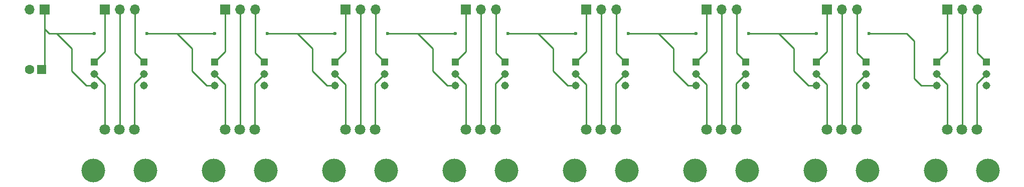
<source format=gtl>
G04 #@! TF.FileFunction,Copper,L1,Top,Signal*
%FSLAX46Y46*%
G04 Gerber Fmt 4.6, Leading zero omitted, Abs format (unit mm)*
G04 Created by KiCad (PCBNEW 4.0.7) date Tuesday, 08 May 2018 'AMt' 10:50:03 AM*
%MOMM*%
%LPD*%
G01*
G04 APERTURE LIST*
%ADD10C,0.100000*%
%ADD11R,1.600000X1.600000*%
%ADD12C,1.600000*%
%ADD13R,1.700000X1.700000*%
%ADD14O,1.700000X1.700000*%
%ADD15C,1.800000*%
%ADD16C,4.000000*%
%ADD17R,1.308000X1.308000*%
%ADD18C,1.308000*%
%ADD19C,0.600000*%
%ADD20C,0.250000*%
G04 APERTURE END LIST*
D10*
D11*
X36830000Y-111506000D03*
D12*
X34830000Y-111506000D03*
D13*
X37338000Y-101346000D03*
D14*
X34798000Y-101346000D03*
D13*
X47498000Y-101346000D03*
D14*
X50038000Y-101346000D03*
X52578000Y-101346000D03*
D13*
X67818000Y-101346000D03*
D14*
X70358000Y-101346000D03*
X72898000Y-101346000D03*
D13*
X88138000Y-101346000D03*
D14*
X90678000Y-101346000D03*
X93218000Y-101346000D03*
D13*
X108458000Y-101346000D03*
D14*
X110998000Y-101346000D03*
X113538000Y-101346000D03*
D13*
X128778000Y-101346000D03*
D14*
X131318000Y-101346000D03*
X133858000Y-101346000D03*
D13*
X149098000Y-101346000D03*
D14*
X151638000Y-101346000D03*
X154178000Y-101346000D03*
D13*
X169418000Y-101346000D03*
D14*
X171958000Y-101346000D03*
X174498000Y-101346000D03*
D13*
X189738000Y-101346000D03*
D14*
X192278000Y-101346000D03*
X194818000Y-101346000D03*
D15*
X52498000Y-121666000D03*
X49998000Y-121666000D03*
X47498000Y-121666000D03*
D16*
X54398000Y-128666000D03*
X45598000Y-128666000D03*
D15*
X72818000Y-121666000D03*
X70318000Y-121666000D03*
X67818000Y-121666000D03*
D16*
X74718000Y-128666000D03*
X65918000Y-128666000D03*
D15*
X93138000Y-121666000D03*
X90638000Y-121666000D03*
X88138000Y-121666000D03*
D16*
X95038000Y-128666000D03*
X86238000Y-128666000D03*
D15*
X113458000Y-121666000D03*
X110958000Y-121666000D03*
X108458000Y-121666000D03*
D16*
X115358000Y-128666000D03*
X106558000Y-128666000D03*
D15*
X133778000Y-121666000D03*
X131278000Y-121666000D03*
X128778000Y-121666000D03*
D16*
X135678000Y-128666000D03*
X126878000Y-128666000D03*
D15*
X154098000Y-121666000D03*
X151598000Y-121666000D03*
X149098000Y-121666000D03*
D16*
X155998000Y-128666000D03*
X147198000Y-128666000D03*
D15*
X174418000Y-121666000D03*
X171918000Y-121666000D03*
X169418000Y-121666000D03*
D16*
X176318000Y-128666000D03*
X167518000Y-128666000D03*
D15*
X194738000Y-121666000D03*
X192238000Y-121666000D03*
X189738000Y-121666000D03*
D16*
X196638000Y-128666000D03*
X187838000Y-128666000D03*
D17*
X54102000Y-110268000D03*
D18*
X54102000Y-112268000D03*
X54102000Y-114268000D03*
D17*
X74422000Y-110268000D03*
D18*
X74422000Y-112268000D03*
X74422000Y-114268000D03*
D17*
X45720000Y-110268000D03*
D18*
X45720000Y-112268000D03*
X45720000Y-114268000D03*
D17*
X66040000Y-110268000D03*
D18*
X66040000Y-112268000D03*
X66040000Y-114268000D03*
D17*
X94742000Y-110268000D03*
D18*
X94742000Y-112268000D03*
X94742000Y-114268000D03*
D17*
X115062000Y-110268000D03*
D18*
X115062000Y-112268000D03*
X115062000Y-114268000D03*
D17*
X86360000Y-110268000D03*
D18*
X86360000Y-112268000D03*
X86360000Y-114268000D03*
D17*
X106680000Y-110268000D03*
D18*
X106680000Y-112268000D03*
X106680000Y-114268000D03*
D17*
X135382000Y-110268000D03*
D18*
X135382000Y-112268000D03*
X135382000Y-114268000D03*
D17*
X155702000Y-110268000D03*
D18*
X155702000Y-112268000D03*
X155702000Y-114268000D03*
D17*
X127000000Y-110268000D03*
D18*
X127000000Y-112268000D03*
X127000000Y-114268000D03*
D17*
X147320000Y-110268000D03*
D18*
X147320000Y-112268000D03*
X147320000Y-114268000D03*
D17*
X176022000Y-110268000D03*
D18*
X176022000Y-112268000D03*
X176022000Y-114268000D03*
D17*
X196342000Y-110268000D03*
D18*
X196342000Y-112268000D03*
X196342000Y-114268000D03*
D17*
X167640000Y-110268000D03*
D18*
X167640000Y-112268000D03*
X167640000Y-114268000D03*
D17*
X187960000Y-110268000D03*
D18*
X187960000Y-112268000D03*
X187960000Y-114268000D03*
D19*
X176530000Y-105410000D03*
X167640000Y-105410000D03*
X156210000Y-105410000D03*
X147320000Y-105410000D03*
X135890000Y-105410000D03*
X127000000Y-105410000D03*
X115570000Y-105410000D03*
X106680000Y-105410000D03*
X95250000Y-105410000D03*
X86360000Y-105410000D03*
X74930000Y-105410000D03*
X66040000Y-105410000D03*
X54610000Y-105410000D03*
X45720000Y-105410000D03*
D20*
X39370000Y-105410000D02*
X38100000Y-105410000D01*
X38100000Y-105410000D02*
X37338000Y-104648000D01*
X167640000Y-114268000D02*
X166338000Y-114268000D01*
X163830000Y-107950000D02*
X161290000Y-105410000D01*
X163830000Y-111760000D02*
X163830000Y-107950000D01*
X166338000Y-114268000D02*
X163830000Y-111760000D01*
X147320000Y-114268000D02*
X146018000Y-114268000D01*
X143510000Y-107950000D02*
X140970000Y-105410000D01*
X143510000Y-111760000D02*
X143510000Y-107950000D01*
X146018000Y-114268000D02*
X143510000Y-111760000D01*
X106680000Y-114268000D02*
X105378000Y-114268000D01*
X102870000Y-107950000D02*
X100330000Y-105410000D01*
X102870000Y-111760000D02*
X102870000Y-107950000D01*
X105378000Y-114268000D02*
X102870000Y-111760000D01*
X127000000Y-114268000D02*
X125698000Y-114268000D01*
X123190000Y-107950000D02*
X120650000Y-105410000D01*
X123190000Y-109220000D02*
X123190000Y-107950000D01*
X123190000Y-111760000D02*
X123190000Y-109220000D01*
X125698000Y-114268000D02*
X123190000Y-111760000D01*
X86360000Y-114268000D02*
X85058000Y-114268000D01*
X82550000Y-107950000D02*
X80010000Y-105410000D01*
X82550000Y-111760000D02*
X82550000Y-107950000D01*
X85058000Y-114268000D02*
X82550000Y-111760000D01*
X66040000Y-114268000D02*
X64738000Y-114268000D01*
X62230000Y-107950000D02*
X59690000Y-105410000D01*
X62230000Y-111760000D02*
X62230000Y-107950000D01*
X64738000Y-114268000D02*
X62230000Y-111760000D01*
X45720000Y-114268000D02*
X44418000Y-114268000D01*
X185388000Y-114268000D02*
X184150000Y-113030000D01*
X184150000Y-113030000D02*
X184150000Y-106680000D01*
X184150000Y-106680000D02*
X182880000Y-105410000D01*
X182880000Y-105410000D02*
X176530000Y-105410000D01*
X167640000Y-105410000D02*
X161290000Y-105410000D01*
X161290000Y-105410000D02*
X156210000Y-105410000D01*
X147320000Y-105410000D02*
X140970000Y-105410000D01*
X140970000Y-105410000D02*
X135890000Y-105410000D01*
X127000000Y-105410000D02*
X120650000Y-105410000D01*
X120650000Y-105410000D02*
X115570000Y-105410000D01*
X106680000Y-105410000D02*
X100330000Y-105410000D01*
X100330000Y-105410000D02*
X95250000Y-105410000D01*
X86360000Y-105410000D02*
X80010000Y-105410000D01*
X80010000Y-105410000D02*
X74930000Y-105410000D01*
X66040000Y-105410000D02*
X59690000Y-105410000D01*
X59690000Y-105410000D02*
X54610000Y-105410000D01*
X45720000Y-105410000D02*
X39370000Y-105410000D01*
X185388000Y-114268000D02*
X187960000Y-114268000D01*
X41910000Y-107950000D02*
X39370000Y-105410000D01*
X41910000Y-111760000D02*
X41910000Y-107950000D01*
X44418000Y-114268000D02*
X41910000Y-111760000D01*
X37338000Y-101346000D02*
X37338000Y-104648000D01*
X37338000Y-104648000D02*
X37338000Y-110998000D01*
X37338000Y-110998000D02*
X36830000Y-111506000D01*
X47498000Y-101346000D02*
X47498000Y-108490000D01*
X47498000Y-108490000D02*
X45720000Y-110268000D01*
X50038000Y-101346000D02*
X50038000Y-121626000D01*
X50038000Y-121626000D02*
X49998000Y-121666000D01*
X52578000Y-101346000D02*
X52578000Y-108744000D01*
X52578000Y-108744000D02*
X54102000Y-110268000D01*
X67818000Y-101346000D02*
X67818000Y-108490000D01*
X67818000Y-108490000D02*
X66040000Y-110268000D01*
X70358000Y-101346000D02*
X70358000Y-121626000D01*
X70358000Y-121626000D02*
X70318000Y-121666000D01*
X72898000Y-101346000D02*
X72898000Y-108744000D01*
X72898000Y-108744000D02*
X74422000Y-110268000D01*
X88138000Y-101346000D02*
X88138000Y-108490000D01*
X88138000Y-108490000D02*
X86360000Y-110268000D01*
X90678000Y-101346000D02*
X90678000Y-121626000D01*
X90678000Y-121626000D02*
X90638000Y-121666000D01*
X93218000Y-101346000D02*
X93218000Y-108744000D01*
X93218000Y-108744000D02*
X94742000Y-110268000D01*
X108458000Y-101346000D02*
X108458000Y-108490000D01*
X108458000Y-108490000D02*
X106680000Y-110268000D01*
X110998000Y-101346000D02*
X110998000Y-121626000D01*
X110998000Y-121626000D02*
X110958000Y-121666000D01*
X113538000Y-101346000D02*
X113538000Y-108744000D01*
X113538000Y-108744000D02*
X115062000Y-110268000D01*
X128778000Y-101346000D02*
X128778000Y-108490000D01*
X128778000Y-108490000D02*
X127000000Y-110268000D01*
X131318000Y-101346000D02*
X131318000Y-121626000D01*
X131318000Y-121626000D02*
X131278000Y-121666000D01*
X133858000Y-101346000D02*
X133858000Y-108744000D01*
X133858000Y-108744000D02*
X135382000Y-110268000D01*
X149098000Y-101346000D02*
X149098000Y-108490000D01*
X149098000Y-108490000D02*
X147320000Y-110268000D01*
X151638000Y-101346000D02*
X151638000Y-121626000D01*
X151638000Y-121626000D02*
X151598000Y-121666000D01*
X154178000Y-101346000D02*
X154178000Y-108744000D01*
X154178000Y-108744000D02*
X155702000Y-110268000D01*
X169418000Y-101346000D02*
X169418000Y-108490000D01*
X169418000Y-108490000D02*
X167640000Y-110268000D01*
X171958000Y-101346000D02*
X171958000Y-121626000D01*
X171958000Y-121626000D02*
X171918000Y-121666000D01*
X174498000Y-101346000D02*
X174498000Y-108744000D01*
X174498000Y-108744000D02*
X176022000Y-110268000D01*
X189738000Y-101346000D02*
X189738000Y-108490000D01*
X189738000Y-108490000D02*
X187960000Y-110268000D01*
X192278000Y-101346000D02*
X192278000Y-121626000D01*
X192278000Y-121626000D02*
X192238000Y-121666000D01*
X194818000Y-101346000D02*
X194818000Y-108744000D01*
X194818000Y-108744000D02*
X196342000Y-110268000D01*
X52498000Y-121666000D02*
X52498000Y-113872000D01*
X52498000Y-113872000D02*
X54102000Y-112268000D01*
X47498000Y-121666000D02*
X47498000Y-114046000D01*
X47498000Y-114046000D02*
X45720000Y-112268000D01*
X72818000Y-121666000D02*
X72818000Y-113872000D01*
X72818000Y-113872000D02*
X74422000Y-112268000D01*
X67818000Y-121666000D02*
X67818000Y-114046000D01*
X67818000Y-114046000D02*
X66040000Y-112268000D01*
X93138000Y-121666000D02*
X93138000Y-113872000D01*
X93138000Y-113872000D02*
X94742000Y-112268000D01*
X88138000Y-121666000D02*
X88138000Y-114046000D01*
X88138000Y-114046000D02*
X86360000Y-112268000D01*
X113458000Y-121666000D02*
X113458000Y-113872000D01*
X113458000Y-113872000D02*
X115062000Y-112268000D01*
X108458000Y-121666000D02*
X108458000Y-114046000D01*
X108458000Y-114046000D02*
X106680000Y-112268000D01*
X133778000Y-121666000D02*
X133778000Y-113872000D01*
X133778000Y-113872000D02*
X135382000Y-112268000D01*
X128778000Y-121666000D02*
X128778000Y-114046000D01*
X128778000Y-114046000D02*
X127000000Y-112268000D01*
X154098000Y-121666000D02*
X154098000Y-113872000D01*
X154098000Y-113872000D02*
X155702000Y-112268000D01*
X149098000Y-121666000D02*
X149098000Y-114046000D01*
X149098000Y-114046000D02*
X147320000Y-112268000D01*
X174418000Y-121666000D02*
X174418000Y-113872000D01*
X174418000Y-113872000D02*
X176022000Y-112268000D01*
X169418000Y-121666000D02*
X169418000Y-114046000D01*
X169418000Y-114046000D02*
X167640000Y-112268000D01*
X194738000Y-121666000D02*
X194738000Y-113872000D01*
X194738000Y-113872000D02*
X196342000Y-112268000D01*
X189738000Y-121666000D02*
X189738000Y-114046000D01*
X189738000Y-114046000D02*
X187960000Y-112268000D01*
M02*

</source>
